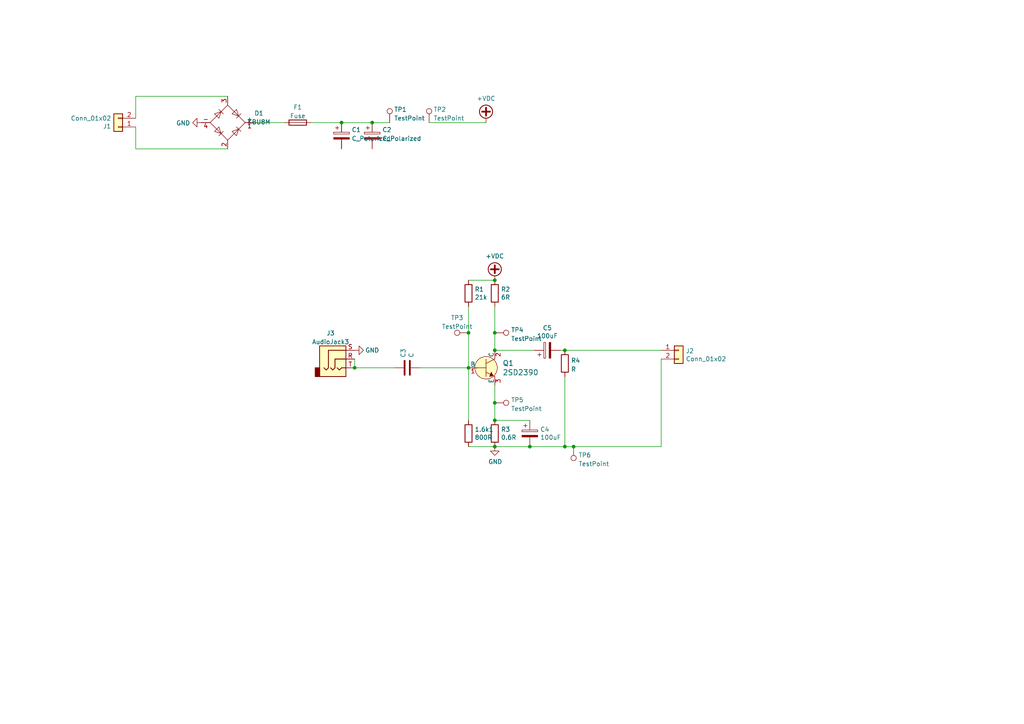
<source format=kicad_sch>
(kicad_sch (version 20211123) (generator eeschema)
  (paper "A4")
  (lib_symbols
    (symbol "Amplifier-rescue:2SD2390-dk_Transistors-Bipolar-BJT-Single" (pin_names (offset 0))
      (property "Reference" "Q" (at -3.2004 4.2164 0))
      (property "Value" "2SD2390-dk_Transistors-Bipolar-BJT-Single" (at 5.2324 0 90))
      (symbol "2SD2390-dk_Transistors-Bipolar-BJT-Single_0_1"
        (polyline (pts (xy -3.81 0) (xy -2.54 0)))
        (polyline (pts (xy -3.556 0) (xy 0 0)))
        (polyline (pts (xy 0 -1.27) (xy 2.54 -2.54)))
        (polyline (pts (xy 0 1.27) (xy 2.54 2.54)))
        (polyline (pts (xy 0 2.54) (xy 0 -2.54)))
        (polyline (pts (xy 1.524 -1.27) (xy 2.032 -2.286) (xy 1.016 -2.54) (xy 1.524 -1.27)) (fill (type outline)))
        (circle (center 0 0) (radius 3.2512) (fill (type background)))
      )
      (symbol "2SD2390-dk_Transistors-Bipolar-BJT-Single_1_1"
        (pin input line (at -5.08 0 0) (length 2.54) (name "B") (number "1"))
        (pin passive line (at 2.54 5.08 270) (length 2.54) (name "C") (number "2"))
        (pin passive line (at 2.54 -5.08 90) (length 2.54) (name "E") (number "3"))
      )
    )
    (symbol "Amplifier-rescue:CP-Device" (pin_numbers hide) (pin_names (offset 0.254))
      (property "Reference" "C" (at 0.635 2.54 0))
      (property "Value" "CP-Device" (at 0.635 -2.54 0))
      (symbol "CP-Device_0_1"
        (rectangle (start -2.286 0.508) (end 2.286 1.016))
        (polyline (pts (xy -1.778 2.286) (xy -0.762 2.286)))
        (polyline (pts (xy -1.27 2.794) (xy -1.27 1.778)))
        (rectangle (start 2.286 -0.508) (end -2.286 -1.016) (fill (type outline)))
      )
      (symbol "CP-Device_1_1"
        (pin passive line (at 0 3.81 270) (length 2.794) (name "~") (number "1"))
        (pin passive line (at 0 -3.81 90) (length 2.794) (name "~") (number "2"))
      )
    )
    (symbol "Connector:AudioJack3"
      (property "Reference" "J" (at 0 8.89 0))
      (property "Value" "AudioJack3" (at 0 6.35 0))
      (symbol "AudioJack3_0_1"
        (rectangle (start -5.08 -5.08) (end -6.35 -2.54) (stroke (width 0.254)) (fill (type outline)))
        (polyline (pts (xy 0 -2.54) (xy 0.635 -3.175) (xy 1.27 -2.54) (xy 2.54 -2.54)) (stroke (width 0.254)))
        (polyline (pts (xy -1.905 -2.54) (xy -1.27 -3.175) (xy -0.635 -2.54) (xy -0.635 0) (xy 2.54 0)) (stroke (width 0.254)))
        (polyline (pts (xy 2.54 2.54) (xy -2.54 2.54) (xy -2.54 -2.54) (xy -3.175 -3.175) (xy -3.81 -2.54)) (stroke (width 0.254)))
        (rectangle (start 2.54 3.81) (end -5.08 -5.08) (stroke (width 0.254)) (fill (type background)))
      )
      (symbol "AudioJack3_1_1"
        (pin passive line (at 5.08 0 180) (length 2.54) (name "~") (number "R"))
        (pin passive line (at 5.08 2.54 180) (length 2.54) (name "~") (number "S"))
        (pin passive line (at 5.08 -2.54 180) (length 2.54) (name "~") (number "T"))
      )
    )
    (symbol "Connector:TestPoint" (pin_numbers hide) (pin_names (offset 0.762) hide)
      (property "Reference" "TP" (at 0 6.858 0))
      (property "Value" "TestPoint" (at 0 5.08 0))
      (symbol "TestPoint_0_1"
        (circle (center 0 3.302) (radius 0.762))
      )
      (symbol "TestPoint_1_1"
        (pin passive line (at 0 0 90) (length 2.54) (name "1") (number "1"))
      )
    )
    (symbol "Connector_Generic:Conn_01x02" (pin_names (offset 1.016) hide)
      (property "Reference" "J" (at 0 2.54 0))
      (property "Value" "Conn_01x02" (at 0 -5.08 0))
      (symbol "Conn_01x02_1_1"
        (rectangle (start -1.27 -2.413) (end 0 -2.667) (stroke (width 0.1524)))
        (rectangle (start -1.27 0.127) (end 0 -0.127) (stroke (width 0.1524)))
        (rectangle (start -1.27 1.27) (end 1.27 -3.81) (stroke (width 0.254)) (fill (type background)))
        (pin passive line (at -5.08 0 0) (length 3.81) (name "Pin_1") (number "1"))
        (pin passive line (at -5.08 -2.54 0) (length 3.81) (name "Pin_2") (number "2"))
      )
    )
    (symbol "Device:C" (pin_numbers hide) (pin_names (offset 0.254))
      (property "Reference" "C" (at 0.635 2.54 0))
      (property "Value" "C" (at 0.635 -2.54 0))
      (symbol "C_0_1"
        (polyline (pts (xy -2.032 -0.762) (xy 2.032 -0.762)) (stroke (width 0.508)))
        (polyline (pts (xy -2.032 0.762) (xy 2.032 0.762)) (stroke (width 0.508)))
      )
      (symbol "C_1_1"
        (pin passive line (at 0 3.81 270) (length 2.794) (name "~") (number "1"))
        (pin passive line (at 0 -3.81 90) (length 2.794) (name "~") (number "2"))
      )
    )
    (symbol "Device:C_Polarized" (pin_numbers hide) (pin_names (offset 0.254))
      (property "Reference" "C" (at 0.635 2.54 0))
      (property "Value" "C_Polarized" (at 0.635 -2.54 0))
      (symbol "C_Polarized_0_1"
        (rectangle (start -2.286 0.508) (end 2.286 1.016))
        (polyline (pts (xy -1.778 2.286) (xy -0.762 2.286)))
        (polyline (pts (xy -1.27 2.794) (xy -1.27 1.778)))
        (rectangle (start 2.286 -0.508) (end -2.286 -1.016) (fill (type outline)))
      )
      (symbol "C_Polarized_1_1"
        (pin passive line (at 0 3.81 270) (length 2.794) (name "~") (number "1"))
        (pin passive line (at 0 -3.81 90) (length 2.794) (name "~") (number "2"))
      )
    )
    (symbol "Device:Fuse" (pin_numbers hide) (pin_names (offset 0))
      (property "Reference" "F" (at 2.032 0 90))
      (property "Value" "Fuse" (at -1.905 0 90))
      (symbol "Fuse_0_1"
        (rectangle (start -0.762 -2.54) (end 0.762 2.54) (stroke (width 0.254)))
        (polyline (pts (xy 0 2.54) (xy 0 -2.54)))
      )
      (symbol "Fuse_1_1"
        (pin passive line (at 0 3.81 270) (length 1.27) (name "~") (number "1"))
        (pin passive line (at 0 -3.81 90) (length 1.27) (name "~") (number "2"))
      )
    )
    (symbol "Device:R" (pin_numbers hide) (pin_names (offset 0))
      (property "Reference" "R" (at 2.032 0 90))
      (property "Value" "R" (at 0 0 90))
      (symbol "R_0_1"
        (rectangle (start -1.016 -2.54) (end 1.016 2.54) (stroke (width 0.254)))
      )
      (symbol "R_1_1"
        (pin passive line (at 0 3.81 270) (length 1.27) (name "~") (number "1"))
        (pin passive line (at 0 -3.81 90) (length 1.27) (name "~") (number "2"))
      )
    )
    (symbol "Diode_Bridge:KBU8M" (pin_names (offset 0))
      (property "Reference" "D" (at 2.54 6.985 0))
      (property "Value" "KBU8M" (at 2.54 5.08 0))
      (symbol "KBU8M_0_1"
        (polyline (pts (xy -2.54 3.81) (xy -1.27 2.54)))
        (polyline (pts (xy -1.27 -2.54) (xy -2.54 -3.81)))
        (polyline (pts (xy 2.54 -1.27) (xy 3.81 -2.54)))
        (polyline (pts (xy 2.54 1.27) (xy 3.81 2.54)))
        (polyline (pts (xy -3.81 2.54) (xy -2.54 1.27) (xy -1.905 3.175) (xy -3.81 2.54)))
        (polyline (pts (xy -2.54 -1.27) (xy -3.81 -2.54) (xy -1.905 -3.175) (xy -2.54 -1.27)))
        (polyline (pts (xy 1.27 2.54) (xy 2.54 3.81) (xy 3.175 1.905) (xy 1.27 2.54)))
        (polyline (pts (xy 3.175 -1.905) (xy 1.27 -2.54) (xy 2.54 -3.81) (xy 3.175 -1.905)))
        (polyline (pts (xy -5.08 0) (xy 0 -5.08) (xy 5.08 0) (xy 0 5.08) (xy -5.08 0)))
      )
      (symbol "KBU8M_1_1"
        (pin passive line (at 7.62 0 180) (length 2.54) (name "+") (number "1"))
        (pin passive line (at 0 -7.62 90) (length 2.54) (name "~") (number "2"))
        (pin passive line (at 0 7.62 270) (length 2.54) (name "~") (number "3"))
        (pin passive line (at -7.62 0 0) (length 2.54) (name "-") (number "4"))
      )
    )
    (symbol "power:+VDC" (power) (pin_names (offset 0))
      (property "Value" "+VDC" (at 0 6.35 0))
      (symbol "+VDC_0_1"
        (polyline (pts (xy -1.143 3.175) (xy 1.143 3.175)) (stroke (width 0.508)))
        (polyline (pts (xy 0 0) (xy 0 1.27)))
        (polyline (pts (xy 0 2.032) (xy 0 4.318)) (stroke (width 0.508)))
        (circle (center 0 3.175) (radius 1.905) (stroke (width 0.254)))
      )
      (symbol "+VDC_1_1"
        (pin power_in line (at 0 0 90) (length 0) hide (name "+VDC") (number "1"))
      )
    )
    (symbol "power:GND" (power) (pin_names (offset 0))
      (property "Value" "GND" (at 0 -3.81 0))
      (symbol "GND_0_1"
        (polyline (pts (xy 0 0) (xy 0 -1.27) (xy 1.27 -1.27) (xy 0 -2.54) (xy -1.27 -1.27) (xy 0 -1.27)))
      )
      (symbol "GND_1_1"
        (pin power_in line (at 0 0 270) (length 0) hide (name "GND") (number "1"))
      )
    )
  )
  (junction (at 163.83 101.6))
  (junction (at 153.67 129.54))
  (junction (at 163.83 129.54))
  (junction (at 166.37 129.54))
  (junction (at 143.51 96.52))
  (junction (at 135.89 106.68))
  (junction (at 143.51 121.92))
  (junction (at 143.51 81.28))
  (junction (at 102.87 106.68))
  (junction (at 143.51 129.54))
  (junction (at 143.51 101.6))
  (junction (at 99.06 35.56))
  (junction (at 143.51 116.84))
  (junction (at 135.89 96.52))
  (junction (at 107.95 35.56))
  (wire (pts (xy 143.51 116.84) (xy 143.51 111.76)))
  (wire (pts (xy 66.04 43.18) (xy 39.37 43.18)))
  (wire (pts (xy 66.04 27.94) (xy 39.37 27.94)))
  (wire (pts (xy 90.17 35.56) (xy 99.06 35.56)))
  (wire (pts (xy 143.51 121.92) (xy 153.67 121.92)))
  (wire (pts (xy 143.51 88.9) (xy 143.51 96.52)))
  (wire (pts (xy 135.89 129.54) (xy 143.51 129.54)))
  (wire (pts (xy 143.51 129.54) (xy 153.67 129.54)))
  (wire (pts (xy 102.87 104.14) (xy 102.87 106.68)))
  (wire (pts (xy 135.89 88.9) (xy 135.89 96.52)))
  (wire (pts (xy 162.56 101.6) (xy 163.83 101.6)))
  (wire (pts (xy 135.89 106.68) (xy 135.89 121.92)))
  (wire (pts (xy 143.51 101.6) (xy 154.94 101.6)))
  (wire (pts (xy 135.89 96.52) (xy 135.89 106.68)))
  (wire (pts (xy 135.89 81.28) (xy 143.51 81.28)))
  (wire (pts (xy 191.77 104.14) (xy 191.77 129.54)))
  (wire (pts (xy 39.37 43.18) (xy 39.37 36.83)))
  (wire (pts (xy 124.46 35.56) (xy 140.97 35.56)))
  (wire (pts (xy 166.37 129.54) (xy 191.77 129.54)))
  (wire (pts (xy 107.95 35.56) (xy 113.03 35.56)))
  (wire (pts (xy 143.51 96.52) (xy 143.51 101.6)))
  (wire (pts (xy 121.92 106.68) (xy 135.89 106.68)))
  (wire (pts (xy 39.37 27.94) (xy 39.37 34.29)))
  (wire (pts (xy 163.83 101.6) (xy 191.77 101.6)))
  (wire (pts (xy 163.83 129.54) (xy 166.37 129.54)))
  (wire (pts (xy 143.51 121.92) (xy 143.51 116.84)))
  (wire (pts (xy 99.06 35.56) (xy 107.95 35.56)))
  (wire (pts (xy 73.66 35.56) (xy 82.55 35.56)))
  (wire (pts (xy 163.83 109.22) (xy 163.83 129.54)))
  (wire (pts (xy 163.83 129.54) (xy 153.67 129.54)))
  (wire (pts (xy 114.3 106.68) (xy 102.87 106.68)))
  (symbol (lib_id "Device:R") (at 143.51 85.09 0) (unit 1)
    (property "Reference" "R2" (at 145.288 83.9216 0) (effects (justify left)))
    (property "Value" "6R" (at 145.288 86.233 0) (effects (justify left)))
    (property "Footprint" "Package_TO_SOT_THT:TO-247-2_Horizontal_TabUp" (effects hide))
  )
  (symbol (lib_id "Device:R") (at 143.51 125.73 0) (unit 1)
    (property "Reference" "R3" (at 145.288 124.5616 0) (effects (justify left)))
    (property "Value" "0.6R" (at 145.288 126.873 0) (effects (justify left)))
    (property "Footprint" "Package_TO_SOT_THT:TO-220-2_Horizontal_TabUp" (effects hide))
  )
  (symbol (lib_id "Device:R") (at 135.89 125.73 0) (unit 1)
    (property "Reference" "1.6k1" (at 137.668 124.5616 0) (effects (justify left)))
    (property "Value" "800R" (at 137.668 126.873 0) (effects (justify left)))
    (property "Footprint" "Resistor_THT:R_Axial_DIN0309_L9.0mm_D3.2mm_P12.70mm_Horizontal" (effects hide))
  )
  (symbol (lib_id "Device:R") (at 135.89 85.09 0) (unit 1)
    (property "Reference" "R1" (at 137.668 83.9216 0) (effects (justify left)))
    (property "Value" "21k" (at 137.668 86.233 0) (effects (justify left)))
    (property "Footprint" "Resistor_THT:R_Axial_DIN0309_L9.0mm_D3.2mm_P12.70mm_Horizontal" (effects hide))
  )
  (symbol (lib_id "Connector_Generic:Conn_01x02") (at 34.29 36.83 180) (unit 1)
    (property "Reference" "J1" (at 32.258 36.6268 0) (effects (justify left)))
    (property "Value" "Conn_01x02" (at 32.258 34.3154 0) (effects (justify left)))
    (property "Footprint" "Amplifier Footprints:TB005-762-02BE" (effects hide))
  )
  (symbol (lib_id "power:GND") (at 58.42 35.56 270) (unit 1)
    (property "Reference" "#PWR01" (effects hide))
    (property "Value" "GND" (at 55.1688 35.687 90) (effects (justify right)))
  )
  (symbol (lib_id "power:+VDC") (at 140.97 35.56 0) (unit 1)
    (property "Reference" "#PWR02" (effects hide))
    (property "Value" "+VDC" (at 140.97 28.575 0))
  )
  (symbol (lib_id "power:+VDC") (at 143.51 81.28 0) (unit 1)
    (property "Reference" "#PWR03" (effects hide))
    (property "Value" "+VDC" (at 143.51 74.295 0))
  )
  (symbol (lib_id "power:GND") (at 143.51 129.54 0) (unit 1)
    (property "Reference" "#PWR04" (effects hide))
    (property "Value" "GND" (at 143.637 133.9342 0))
  )
  (symbol (lib_id "Connector_Generic:Conn_01x02") (at 196.85 101.6 0) (unit 1)
    (property "Reference" "J2" (at 198.882 101.8032 0) (effects (justify left)))
    (property "Value" "Conn_01x02" (at 198.882 104.1146 0) (effects (justify left)))
    (property "Footprint" "Amplifier Footprints:TB005-762-02BE" (effects hide))
  )
  (symbol (lib_id "Amplifier-rescue:CP-Device") (at 158.75 101.6 90) (unit 1)
    (property "Reference" "C5" (at 158.75 95.123 90))
    (property "Value" "100uF" (at 158.75 97.4344 90))
    (property "Footprint" "Capacitor_THT:CP_Radial_D12.5mm_P5.00mm" (effects hide))
  )
  (symbol (lib_id "Amplifier-rescue:2SD2390-dk_Transistors-Bipolar-BJT-Single") (at 140.97 106.68 0) (unit 1)
    (property "Reference" "Q1" (at 145.7452 105.3338 0) (effects (font (size 1.524 1.524)) (justify left)))
    (property "Value" "2SD2390" (at 145.7452 108.0262 0) (effects (font (size 1.524 1.524)) (justify left)))
    (property "Footprint" "Package_TO_SOT_THT:TO-3PB-3_Horizontal_TabUp" (effects hide))
    (property "Datasheet" "http://www.semicon.sanken-ele.co.jp/sk_content/2sd2390_ds_en.pdf" (effects hide))
    (property "Digi-Key_PN" "2SD2390-ND" (effects hide))
    (property "MPN" "2SD2390" (effects hide))
    (property "Category" "Discrete Semiconductor Products" (effects hide))
    (property "Family" "Transistors - Bipolar (BJT) - Single" (effects hide))
    (property "DK_Datasheet_Link" "http://www.semicon.sanken-ele.co.jp/sk_content/2sd2390_ds_en.pdf" (effects hide))
    (property "DK_Detail_Page" "/product-detail/en/sanken/2SD2390/2SD2390-ND/3661818" (effects hide))
    (property "Description" "TRANS NPN DARL 150V 10A TO-3P" (effects hide))
    (property "Manufacturer" "Sanken" (effects hide))
    (property "Status" "Active" (effects hide))
  )
  (symbol (lib_id "Device:C") (at 118.11 106.68 90) (unit 1)
    (property "Reference" "C3" (at 116.9416 103.759 0) (effects (justify left)))
    (property "Value" "C" (at 119.253 103.759 0) (effects (justify left)))
    (property "Footprint" "Capacitor_THT:CP_Radial_D5.0mm_P2.00mm" (effects hide))
  )
  (symbol (lib_id "Amplifier-rescue:CP-Device") (at 153.67 125.73 0) (unit 1)
    (property "Reference" "C4" (at 156.6672 124.5616 0) (effects (justify left)))
    (property "Value" "100uF" (at 156.6672 126.873 0) (effects (justify left)))
    (property "Footprint" "Capacitor_THT:CP_Radial_D12.5mm_P5.00mm" (effects hide))
  )
  (symbol (lib_id "Device:C_Polarized") (at 107.95 39.37 0) (unit 1)
    (property "Reference" "C2" (at 110.871 37.6463 0) (effects (justify left)))
    (property "Value" "C_Polarized" (at 110.871 40.1832 0) (effects (justify left)))
    (property "Footprint" "Amplifier Footprints:LKG1K103MKNF" (effects hide))
  )
  (symbol (lib_id "Device:C_Polarized") (at 99.06 39.37 0) (unit 1)
    (property "Reference" "C1" (at 101.981 37.6463 0) (effects (justify left)))
    (property "Value" "C_Polarized" (at 101.981 40.1832 0) (effects (justify left)))
    (property "Footprint" "Amplifier Footprints:LKG1K103MKNF" (effects hide))
  )
  (symbol (lib_id "Connector:TestPoint") (at 143.51 116.84 270) (unit 1)
    (property "Reference" "TP5" (at 148.209 116.0053 90) (effects (justify left)))
    (property "Value" "TestPoint" (at 148.209 118.5422 90) (effects (justify left)))
    (property "Footprint" "Connector_Wire:SolderWire-1sqmm_1x01_D1.4mm_OD3.9mm" (effects hide))
  )
  (symbol (lib_id "power:GND") (at 102.87 101.6 90) (unit 1)
    (property "Reference" "#PWR0101" (effects hide))
    (property "Value" "GND" (at 107.95 101.6 90))
  )
  (symbol (lib_id "Connector:TestPoint") (at 113.03 35.56 0) (unit 1)
    (property "Reference" "TP1" (at 114.3 31.75 0) (effects (justify left)))
    (property "Value" "TestPoint" (at 114.3 34.29 0) (effects (justify left)))
    (property "Footprint" "Connector_Wire:SolderWire-1sqmm_1x01_D1.4mm_OD3.9mm" (effects hide))
  )
  (symbol (lib_id "Connector:TestPoint") (at 166.37 129.54 180) (unit 1)
    (property "Reference" "TP6" (at 167.767 132.0073 0) (effects (justify right)))
    (property "Value" "TestPoint" (at 167.767 134.5442 0) (effects (justify right)))
    (property "Footprint" "Connector_Wire:SolderWire-1sqmm_1x01_D1.4mm_OD3.9mm" (effects hide))
  )
  (symbol (lib_id "Connector:AudioJack3") (at 97.79 104.14 0) (unit 1)
    (property "Reference" "J3" (at 95.885 96.6302 0))
    (property "Value" "AudioJack3" (at 95.885 99.1671 0))
    (property "Footprint" "Connector_Audio:Jack_3.5mm_CUI_SJ1-3523N_Horizontal" (effects hide))
  )
  (symbol (lib_id "Connector:TestPoint") (at 135.89 96.52 90) (unit 1)
    (property "Reference" "TP3" (at 132.588 92.1852 90))
    (property "Value" "TestPoint" (at 132.588 94.7221 90))
    (property "Footprint" "Connector_Wire:SolderWire-1sqmm_1x01_D1.4mm_OD3.9mm" (effects hide))
  )
  (symbol (lib_id "Connector:TestPoint") (at 124.46 35.56 0) (unit 1)
    (property "Reference" "TP2" (at 125.73 31.75 0) (effects (justify left)))
    (property "Value" "TestPoint" (at 125.73 34.29 0) (effects (justify left)))
    (property "Footprint" "Connector_Wire:SolderWire-1sqmm_1x01_D1.4mm_OD3.9mm" (effects hide))
  )
  (symbol (lib_id "Diode_Bridge:KBU8M") (at 66.04 35.56 0) (unit 1)
    (property "Reference" "D1" (at 75.1001 32.8509 0))
    (property "Value" "KBU8M" (at 75.1001 35.3878 0))
    (property "Footprint" "Diode_THT:Diode_Bridge_Vishay_KBU" (effects hide))
    (property "Datasheet" "http://www.vishay.com/docs/88656/kbu8.pdf" (effects hide))
  )
  (symbol (lib_id "Device:R") (at 163.83 105.41 0) (unit 1)
    (property "Reference" "R4" (at 165.608 104.5753 0) (effects (justify left)))
    (property "Value" "R" (at 165.608 107.1122 0) (effects (justify left)))
    (property "Footprint" "Resistor_THT:R_Axial_DIN0309_L9.0mm_D3.2mm_P12.70mm_Horizontal" (effects hide))
  )
  (symbol (lib_id "Connector:TestPoint") (at 143.51 96.52 270) (unit 1)
    (property "Reference" "TP4" (at 148.209 95.6853 90) (effects (justify left)))
    (property "Value" "TestPoint" (at 148.209 98.2222 90) (effects (justify left)))
    (property "Footprint" "Connector_Wire:SolderWire-1sqmm_1x01_D1.4mm_OD3.9mm" (effects hide))
  )
  (symbol (lib_id "Device:Fuse") (at 86.36 35.56 90) (unit 1)
    (property "Reference" "F1" (at 86.36 31.0982 90))
    (property "Value" "Fuse" (at 86.36 33.6351 90))
    (property "Footprint" "Fuse:Fuseholder_Blade_Mini_Keystone_3568" (effects hide))
  )
)
</source>
